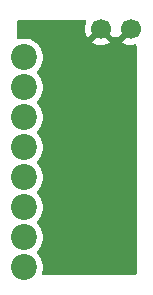
<source format=gbr>
%TF.GenerationSoftware,KiCad,Pcbnew,7.0.7-7.0.7~ubuntu22.04.1*%
%TF.CreationDate,2024-01-20T09:28:12-05:00*%
%TF.ProjectId,das_blinkenlights_v2,6461735f-626c-4696-9e6b-656e6c696768,rev?*%
%TF.SameCoordinates,Original*%
%TF.FileFunction,Copper,L2,Bot*%
%TF.FilePolarity,Positive*%
%FSLAX46Y46*%
G04 Gerber Fmt 4.6, Leading zero omitted, Abs format (unit mm)*
G04 Created by KiCad (PCBNEW 7.0.7-7.0.7~ubuntu22.04.1) date 2024-01-20 09:28:12*
%MOMM*%
%LPD*%
G01*
G04 APERTURE LIST*
%TA.AperFunction,ComponentPad*%
%ADD10C,1.700000*%
%TD*%
%TA.AperFunction,ComponentPad*%
%ADD11C,2.200000*%
%TD*%
G04 APERTURE END LIST*
D10*
%TO.P,J2,1*%
%TO.N,GND*%
X136017000Y-96647000D03*
%TO.P,J2,2*%
X138557000Y-96647000D03*
%TD*%
D11*
%TO.P,J1,1,1*%
%TO.N,/P1*%
X129540000Y-99060000D03*
%TO.P,J1,2,2*%
%TO.N,/P2*%
X129540000Y-101600000D03*
%TO.P,J1,3,3*%
%TO.N,/P3*%
X129540000Y-104140000D03*
%TO.P,J1,4,4*%
%TO.N,/P4*%
X129540000Y-106680000D03*
%TO.P,J1,5,5*%
%TO.N,/P5*%
X129540000Y-109220000D03*
%TO.P,J1,6,6*%
%TO.N,/P6*%
X129540000Y-111760000D03*
%TO.P,J1,7,7*%
%TO.N,/P7*%
X129540000Y-114300000D03*
%TO.P,J1,8,8*%
%TO.N,/P8*%
X129540000Y-116840000D03*
%TD*%
%TA.AperFunction,Conductor*%
%TO.N,GND*%
G36*
X134755164Y-95904685D02*
G01*
X134800919Y-95957489D01*
X134810863Y-96026647D01*
X134800507Y-96061405D01*
X134743570Y-96183507D01*
X134743566Y-96183516D01*
X134682432Y-96411673D01*
X134682430Y-96411684D01*
X134661843Y-96646998D01*
X134661843Y-96647001D01*
X134682430Y-96882315D01*
X134682432Y-96882326D01*
X134743566Y-97110483D01*
X134743570Y-97110492D01*
X134843400Y-97324579D01*
X134843402Y-97324583D01*
X134902072Y-97408373D01*
X134902073Y-97408373D01*
X135408050Y-96902395D01*
X135469373Y-96868910D01*
X135539064Y-96873894D01*
X135594998Y-96915765D01*
X135600039Y-96923025D01*
X135600048Y-96923039D01*
X135635239Y-96977798D01*
X135750602Y-97077759D01*
X135748293Y-97080422D01*
X135783006Y-97120499D01*
X135792935Y-97189660D01*
X135763898Y-97253210D01*
X135757882Y-97259669D01*
X135255625Y-97761925D01*
X135339421Y-97820599D01*
X135553507Y-97920429D01*
X135553516Y-97920433D01*
X135781673Y-97981567D01*
X135781684Y-97981569D01*
X136016998Y-98002157D01*
X136017002Y-98002157D01*
X136252315Y-97981569D01*
X136252326Y-97981567D01*
X136480483Y-97920433D01*
X136480492Y-97920429D01*
X136694578Y-97820600D01*
X136694582Y-97820598D01*
X136778373Y-97761926D01*
X136778373Y-97761925D01*
X136276116Y-97259669D01*
X136242631Y-97198346D01*
X136247615Y-97128655D01*
X136284640Y-97079193D01*
X136283398Y-97077759D01*
X136290100Y-97071952D01*
X136398761Y-96977798D01*
X136433954Y-96923037D01*
X136486755Y-96877283D01*
X136555914Y-96867339D01*
X136619470Y-96896363D01*
X136625949Y-96902396D01*
X137131925Y-97408373D01*
X137185424Y-97331970D01*
X137240001Y-97288345D01*
X137309499Y-97281152D01*
X137371854Y-97312674D01*
X137388574Y-97331970D01*
X137442072Y-97408373D01*
X137442073Y-97408373D01*
X137948050Y-96902395D01*
X138009373Y-96868910D01*
X138079064Y-96873894D01*
X138134998Y-96915765D01*
X138140039Y-96923025D01*
X138140048Y-96923039D01*
X138175239Y-96977798D01*
X138290602Y-97077759D01*
X138288293Y-97080422D01*
X138323006Y-97120499D01*
X138332935Y-97189660D01*
X138303898Y-97253210D01*
X138297882Y-97259669D01*
X137795625Y-97761925D01*
X137879421Y-97820599D01*
X138093507Y-97920429D01*
X138093516Y-97920433D01*
X138321673Y-97981567D01*
X138321684Y-97981569D01*
X138556998Y-98002157D01*
X138557002Y-98002157D01*
X138792315Y-97981569D01*
X138792322Y-97981568D01*
X138908906Y-97950329D01*
X138978756Y-97951992D01*
X139036618Y-97991154D01*
X139064123Y-98055382D01*
X139065000Y-98070104D01*
X139065000Y-117351000D01*
X139045315Y-117418039D01*
X138992511Y-117463794D01*
X138941000Y-117475000D01*
X131190822Y-117475000D01*
X131123783Y-117455315D01*
X131078028Y-117402511D01*
X131068084Y-117333353D01*
X131070248Y-117322053D01*
X131125682Y-117091151D01*
X131125683Y-117091148D01*
X131145449Y-116840000D01*
X131125683Y-116588852D01*
X131066873Y-116343889D01*
X130970466Y-116111141D01*
X130970466Y-116111140D01*
X130838839Y-115896346D01*
X130838838Y-115896343D01*
X130675224Y-115704776D01*
X130627819Y-115664289D01*
X130589627Y-115605784D01*
X130589128Y-115535916D01*
X130626482Y-115476870D01*
X130627756Y-115475764D01*
X130675224Y-115435224D01*
X130838836Y-115243659D01*
X130970466Y-115028859D01*
X131066873Y-114796111D01*
X131125683Y-114551148D01*
X131145449Y-114300000D01*
X131125683Y-114048852D01*
X131066873Y-113803889D01*
X130970466Y-113571141D01*
X130970466Y-113571140D01*
X130838839Y-113356346D01*
X130838838Y-113356343D01*
X130801875Y-113313066D01*
X130675224Y-113164776D01*
X130627820Y-113124289D01*
X130589627Y-113065782D01*
X130589129Y-112995914D01*
X130626483Y-112936868D01*
X130627669Y-112935839D01*
X130675224Y-112895224D01*
X130838836Y-112703659D01*
X130970466Y-112488859D01*
X131066873Y-112256111D01*
X131125683Y-112011148D01*
X131145449Y-111760000D01*
X131125683Y-111508852D01*
X131066873Y-111263889D01*
X130970466Y-111031141D01*
X130970466Y-111031140D01*
X130838839Y-110816346D01*
X130838838Y-110816343D01*
X130675224Y-110624776D01*
X130627819Y-110584289D01*
X130589627Y-110525784D01*
X130589128Y-110455916D01*
X130626482Y-110396870D01*
X130627756Y-110395764D01*
X130675224Y-110355224D01*
X130838836Y-110163659D01*
X130970466Y-109948859D01*
X131066873Y-109716111D01*
X131125683Y-109471148D01*
X131145449Y-109220000D01*
X131125683Y-108968852D01*
X131066873Y-108723889D01*
X130970466Y-108491141D01*
X130970466Y-108491140D01*
X130838839Y-108276346D01*
X130838838Y-108276343D01*
X130801875Y-108233066D01*
X130675224Y-108084776D01*
X130627820Y-108044289D01*
X130589627Y-107985782D01*
X130589129Y-107915914D01*
X130626483Y-107856868D01*
X130627669Y-107855839D01*
X130675224Y-107815224D01*
X130838836Y-107623659D01*
X130970466Y-107408859D01*
X131066873Y-107176111D01*
X131125683Y-106931148D01*
X131145449Y-106680000D01*
X131125683Y-106428852D01*
X131066873Y-106183889D01*
X130970466Y-105951141D01*
X130970466Y-105951140D01*
X130838839Y-105736346D01*
X130838838Y-105736343D01*
X130675224Y-105544776D01*
X130627819Y-105504289D01*
X130589627Y-105445784D01*
X130589128Y-105375916D01*
X130626482Y-105316870D01*
X130627756Y-105315764D01*
X130675224Y-105275224D01*
X130838836Y-105083659D01*
X130970466Y-104868859D01*
X131066873Y-104636111D01*
X131125683Y-104391148D01*
X131145449Y-104140000D01*
X131125683Y-103888852D01*
X131066873Y-103643889D01*
X130970466Y-103411141D01*
X130970466Y-103411140D01*
X130838839Y-103196346D01*
X130838838Y-103196343D01*
X130801875Y-103153066D01*
X130675224Y-103004776D01*
X130627820Y-102964289D01*
X130589627Y-102905782D01*
X130589129Y-102835914D01*
X130626483Y-102776868D01*
X130627669Y-102775839D01*
X130675224Y-102735224D01*
X130838836Y-102543659D01*
X130970466Y-102328859D01*
X131066873Y-102096111D01*
X131125683Y-101851148D01*
X131145449Y-101600000D01*
X131125683Y-101348852D01*
X131066873Y-101103889D01*
X130970466Y-100871141D01*
X130970466Y-100871140D01*
X130838839Y-100656346D01*
X130838838Y-100656343D01*
X130675224Y-100464776D01*
X130627819Y-100424289D01*
X130589627Y-100365784D01*
X130589128Y-100295916D01*
X130626482Y-100236870D01*
X130627756Y-100235764D01*
X130675224Y-100195224D01*
X130838836Y-100003659D01*
X130970466Y-99788859D01*
X131066873Y-99556111D01*
X131125683Y-99311148D01*
X131145449Y-99060000D01*
X131125683Y-98808852D01*
X131066873Y-98563889D01*
X130970466Y-98331141D01*
X130970466Y-98331140D01*
X130838839Y-98116346D01*
X130838838Y-98116343D01*
X130786772Y-98055382D01*
X130675224Y-97924776D01*
X130548571Y-97816604D01*
X130483656Y-97761161D01*
X130483653Y-97761160D01*
X130268859Y-97629533D01*
X130036110Y-97533126D01*
X129791151Y-97474317D01*
X129602787Y-97459492D01*
X129540000Y-97454551D01*
X129539999Y-97454551D01*
X129511151Y-97456821D01*
X129288852Y-97474317D01*
X129288848Y-97474317D01*
X129288847Y-97474318D01*
X129057946Y-97529751D01*
X128988164Y-97526260D01*
X128931347Y-97485596D01*
X128905534Y-97420669D01*
X128905000Y-97409177D01*
X128905000Y-96009000D01*
X128924685Y-95941961D01*
X128977489Y-95896206D01*
X129029000Y-95885000D01*
X134688125Y-95885000D01*
X134755164Y-95904685D01*
G37*
%TD.AperFunction*%
%TD*%
M02*

</source>
